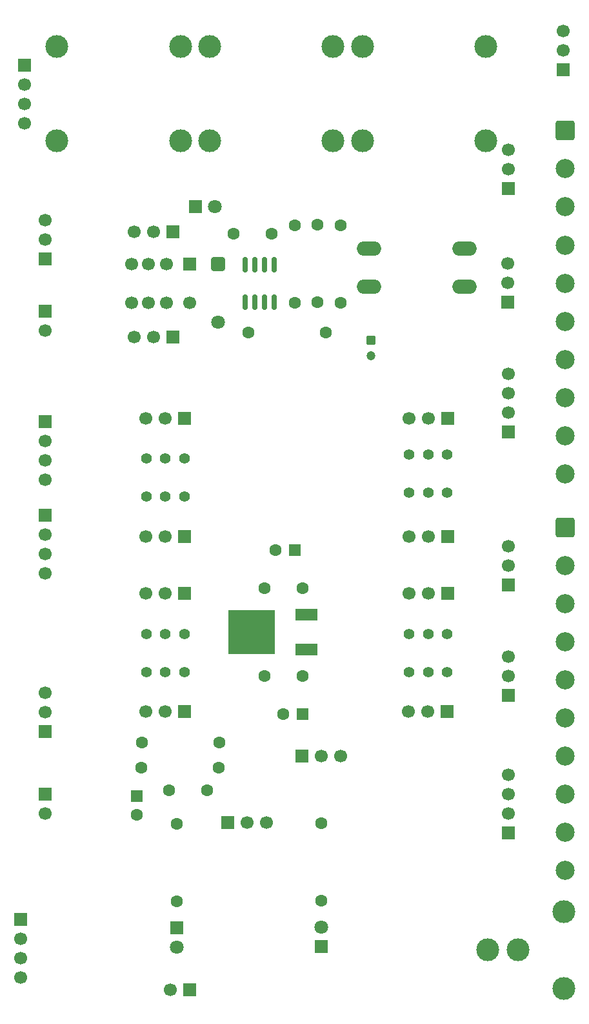
<source format=gbr>
%TF.GenerationSoftware,KiCad,Pcbnew,9.0.4*%
%TF.CreationDate,2025-11-06T00:07:10+01:00*%
%TF.ProjectId,BreadBoard,42726561-6442-46f6-9172-642e6b696361,rev?*%
%TF.SameCoordinates,Original*%
%TF.FileFunction,Soldermask,Top*%
%TF.FilePolarity,Negative*%
%FSLAX46Y46*%
G04 Gerber Fmt 4.6, Leading zero omitted, Abs format (unit mm)*
G04 Created by KiCad (PCBNEW 9.0.4) date 2025-11-06 00:07:10*
%MOMM*%
%LPD*%
G01*
G04 APERTURE LIST*
G04 Aperture macros list*
%AMRoundRect*
0 Rectangle with rounded corners*
0 $1 Rounding radius*
0 $2 $3 $4 $5 $6 $7 $8 $9 X,Y pos of 4 corners*
0 Add a 4 corners polygon primitive as box body*
4,1,4,$2,$3,$4,$5,$6,$7,$8,$9,$2,$3,0*
0 Add four circle primitives for the rounded corners*
1,1,$1+$1,$2,$3*
1,1,$1+$1,$4,$5*
1,1,$1+$1,$6,$7*
1,1,$1+$1,$8,$9*
0 Add four rect primitives between the rounded corners*
20,1,$1+$1,$2,$3,$4,$5,0*
20,1,$1+$1,$4,$5,$6,$7,0*
20,1,$1+$1,$6,$7,$8,$9,0*
20,1,$1+$1,$8,$9,$2,$3,0*%
G04 Aperture macros list end*
%ADD10C,1.700000*%
%ADD11R,1.700000X1.700000*%
%ADD12C,1.600000*%
%ADD13C,1.400000*%
%ADD14O,3.200000X1.900000*%
%ADD15C,3.000000*%
%ADD16RoundRect,0.250000X-0.550000X0.550000X-0.550000X-0.550000X0.550000X-0.550000X0.550000X0.550000X0*%
%ADD17R,1.800000X1.800000*%
%ADD18C,1.800000*%
%ADD19R,3.000000X1.600000*%
%ADD20R,6.200000X5.800000*%
%ADD21RoundRect,0.150000X0.150000X-0.825000X0.150000X0.825000X-0.150000X0.825000X-0.150000X-0.825000X0*%
%ADD22RoundRect,0.250000X-1.000000X1.000000X-1.000000X-1.000000X1.000000X-1.000000X1.000000X1.000000X0*%
%ADD23C,2.500000*%
%ADD24RoundRect,0.250000X0.550000X0.550000X-0.550000X0.550000X-0.550000X-0.550000X0.550000X-0.550000X0*%
%ADD25RoundRect,0.250000X-0.350000X0.350000X-0.350000X-0.350000X0.350000X-0.350000X0.350000X0.350000X0*%
%ADD26C,1.200000*%
%ADD27RoundRect,0.250000X-0.650000X0.650000X-0.650000X-0.650000X0.650000X-0.650000X0.650000X0.650000X0*%
G04 APERTURE END LIST*
D10*
%TO.C,J4*%
X26500000Y-146040000D03*
X26500000Y-143500000D03*
X26500000Y-140960000D03*
D11*
X26500000Y-138420000D03*
%TD*%
%TO.C,J21*%
X90500000Y-74540000D03*
D10*
X90500000Y-72000000D03*
X90500000Y-69460000D03*
X90500000Y-66920000D03*
%TD*%
D12*
%TO.C,R8*%
X56420000Y-61500000D03*
X66580000Y-61500000D03*
%TD*%
D13*
%TO.C,SW3*%
X82500000Y-106000000D03*
X80000000Y-106000000D03*
X77500000Y-106000000D03*
X82500000Y-101000000D03*
X80000000Y-101000000D03*
X77500000Y-101000000D03*
%TD*%
D11*
%TO.C,J29*%
X48000000Y-72690000D03*
D10*
X45460000Y-72690000D03*
X42920000Y-72690000D03*
%TD*%
D13*
%TO.C,SW2*%
X82500000Y-82500000D03*
X80000000Y-82500000D03*
X77500000Y-82500000D03*
X82500000Y-77500000D03*
X80000000Y-77500000D03*
X77500000Y-77500000D03*
%TD*%
D11*
%TO.C,J10*%
X97750000Y-27000000D03*
D10*
X97750000Y-24460000D03*
X97750000Y-21920000D03*
%TD*%
D11*
%TO.C,J32*%
X46470100Y-48257500D03*
D10*
X43930100Y-48257500D03*
X41390100Y-48257500D03*
%TD*%
D14*
%TO.C,SW1*%
X84750000Y-55500000D03*
X72250000Y-55500000D03*
X84750000Y-50500000D03*
X72250000Y-50500000D03*
%TD*%
D15*
%TO.C,J5*%
X51300000Y-24000000D03*
X51300000Y-36300000D03*
X67500000Y-36300000D03*
X67500000Y-24000000D03*
%TD*%
D16*
%TO.C,C5*%
X41750000Y-122250000D03*
D12*
X41750000Y-124750000D03*
%TD*%
%TO.C,R7*%
X68500000Y-47420000D03*
X68500000Y-57580000D03*
%TD*%
D17*
%TO.C,D3*%
X49460000Y-45000000D03*
D18*
X52000000Y-45000000D03*
%TD*%
D11*
%TO.C,J23*%
X90500000Y-42580000D03*
D10*
X90500000Y-40040000D03*
X90500000Y-37500000D03*
%TD*%
D11*
%TO.C,J9*%
X27000000Y-26430000D03*
D10*
X27000000Y-28970000D03*
X27000000Y-31510000D03*
X27000000Y-34050000D03*
%TD*%
D12*
%TO.C,R2*%
X47000000Y-125920000D03*
X47000000Y-136080000D03*
%TD*%
D19*
%TO.C,U1*%
X64000000Y-98430000D03*
D20*
X56820000Y-100715000D03*
D19*
X64000000Y-103000000D03*
%TD*%
D11*
%TO.C,J13*%
X53670000Y-125750000D03*
D10*
X56210000Y-125750000D03*
X58750000Y-125750000D03*
%TD*%
D11*
%TO.C,J22*%
X90475000Y-57525000D03*
D10*
X90475000Y-54985000D03*
X90475000Y-52445000D03*
%TD*%
D15*
%TO.C,J6*%
X31300000Y-24000000D03*
X31300000Y-36300000D03*
X47500000Y-36300000D03*
X47500000Y-24000000D03*
%TD*%
D11*
%TO.C,J15*%
X90500000Y-127120000D03*
D10*
X90500000Y-124580000D03*
X90500000Y-122040000D03*
X90500000Y-119500000D03*
%TD*%
D12*
%TO.C,C4*%
X63500000Y-95000000D03*
X58500000Y-95000000D03*
%TD*%
D21*
%TO.C,U2*%
X55972600Y-57500000D03*
X57242600Y-57500000D03*
X58512600Y-57500000D03*
X59782600Y-57500000D03*
X59782600Y-52550000D03*
X58512600Y-52550000D03*
X57242600Y-52550000D03*
X55972600Y-52550000D03*
%TD*%
D11*
%TO.C,J25*%
X82540000Y-72690000D03*
D10*
X80000000Y-72690000D03*
X77460000Y-72690000D03*
%TD*%
%TO.C,J18*%
X29750000Y-46710000D03*
X29750000Y-49250000D03*
D11*
X29750000Y-51790000D03*
%TD*%
D15*
%TO.C,J7*%
X87800000Y-142450000D03*
X97800000Y-147450000D03*
X97800000Y-137450000D03*
X91800000Y-142450000D03*
%TD*%
D11*
%TO.C,J12*%
X29775000Y-85450000D03*
D10*
X29775000Y-87990000D03*
X29775000Y-90530000D03*
X29775000Y-93070000D03*
%TD*%
D12*
%TO.C,C8*%
X59472600Y-48500000D03*
X54472600Y-48500000D03*
%TD*%
D11*
%TO.C,J31*%
X48040000Y-95690000D03*
D10*
X45500000Y-95690000D03*
X42960000Y-95690000D03*
%TD*%
D22*
%TO.C,J14*%
X98000000Y-87000000D03*
D23*
X98000000Y-92000000D03*
X98000000Y-97000000D03*
X98000000Y-102000000D03*
X98000000Y-107000000D03*
X98000000Y-112000000D03*
X98000000Y-117000000D03*
X98000000Y-122000000D03*
X98000000Y-127000000D03*
X98000000Y-132000000D03*
%TD*%
D24*
%TO.C,C3*%
X62500000Y-90000000D03*
D12*
X60000000Y-90000000D03*
%TD*%
D11*
%TO.C,J16*%
X90500000Y-109040000D03*
D10*
X90500000Y-106500000D03*
X90500000Y-103960000D03*
%TD*%
D11*
%TO.C,J17*%
X90500000Y-94540000D03*
D10*
X90500000Y-92000000D03*
X90500000Y-89460000D03*
%TD*%
D17*
%TO.C,D1*%
X66000000Y-142000000D03*
D18*
X66000000Y-139460000D03*
%TD*%
D12*
%TO.C,R4*%
X52500000Y-118500000D03*
X42340000Y-118500000D03*
%TD*%
%TO.C,R3*%
X62472600Y-57580000D03*
X62472600Y-47420000D03*
%TD*%
%TO.C,C2*%
X63500000Y-106500000D03*
X58500000Y-106500000D03*
%TD*%
D11*
%TO.C,J30*%
X48040000Y-111190000D03*
D10*
X45500000Y-111190000D03*
X42960000Y-111190000D03*
%TD*%
D25*
%TO.C,C7*%
X72500000Y-62500000D03*
D26*
X72500000Y-64500000D03*
%TD*%
D11*
%TO.C,J24*%
X82525000Y-88215000D03*
D10*
X79985000Y-88215000D03*
X77445000Y-88215000D03*
%TD*%
D11*
%TO.C,J1*%
X29750000Y-73170000D03*
D10*
X29750000Y-75710000D03*
X29750000Y-78250000D03*
X29750000Y-80790000D03*
%TD*%
D11*
%TO.C,J26*%
X82500000Y-111190000D03*
D10*
X79960000Y-111190000D03*
X77420000Y-111190000D03*
%TD*%
D11*
%TO.C,J8*%
X48690000Y-147700000D03*
D10*
X46150000Y-147700000D03*
%TD*%
D12*
%TO.C,R5*%
X42420000Y-115250000D03*
X52580000Y-115250000D03*
%TD*%
D22*
%TO.C,J19*%
X98000000Y-35000000D03*
D23*
X98000000Y-40000000D03*
X98000000Y-45000000D03*
X98000000Y-50000000D03*
X98000000Y-55000000D03*
X98000000Y-60000000D03*
X98000000Y-65000000D03*
X98000000Y-70000000D03*
X98000000Y-75000000D03*
X98000000Y-80000000D03*
%TD*%
D11*
%TO.C,K1*%
X48680100Y-52477500D03*
D10*
X45680100Y-52477500D03*
X43280100Y-52477500D03*
X41080100Y-52477500D03*
X41080100Y-57557500D03*
X43280100Y-57557500D03*
X45680100Y-57557500D03*
X48680100Y-57557500D03*
%TD*%
D11*
%TO.C,J27*%
X82540000Y-95640000D03*
D10*
X80000000Y-95640000D03*
X77460000Y-95640000D03*
%TD*%
D11*
%TO.C,JP1*%
X63420000Y-117000000D03*
D10*
X65960000Y-117000000D03*
X68500000Y-117000000D03*
%TD*%
D11*
%TO.C,J28*%
X48040000Y-88190000D03*
D10*
X45500000Y-88190000D03*
X42960000Y-88190000D03*
%TD*%
D15*
%TO.C,J11*%
X71400000Y-24000000D03*
X71400000Y-36300000D03*
X87600000Y-36300000D03*
X87600000Y-24000000D03*
%TD*%
D11*
%TO.C,J2*%
X29750000Y-58710000D03*
D10*
X29750000Y-61250000D03*
%TD*%
D12*
%TO.C,R6*%
X65472600Y-57500000D03*
X65472600Y-47340000D03*
%TD*%
D13*
%TO.C,SW4*%
X48000000Y-83000000D03*
X45500000Y-83000000D03*
X43000000Y-83000000D03*
X48000000Y-78000000D03*
X45500000Y-78000000D03*
X43000000Y-78000000D03*
%TD*%
D12*
%TO.C,R1*%
X66000000Y-125840000D03*
X66000000Y-136000000D03*
%TD*%
D17*
%TO.C,D2*%
X47000000Y-139500000D03*
D18*
X47000000Y-142040000D03*
%TD*%
D11*
%TO.C,J3*%
X29775000Y-122000000D03*
D10*
X29775000Y-124540000D03*
%TD*%
D24*
%TO.C,C1*%
X63500000Y-111500000D03*
D12*
X61000000Y-111500000D03*
%TD*%
%TO.C,C6*%
X46000000Y-121500000D03*
X51000000Y-121500000D03*
%TD*%
D11*
%TO.C,J20*%
X29750000Y-113830000D03*
D10*
X29750000Y-111290000D03*
X29750000Y-108750000D03*
%TD*%
D13*
%TO.C,SW5*%
X48000000Y-106000000D03*
X45500000Y-106000000D03*
X43000000Y-106000000D03*
X48000000Y-101000000D03*
X45500000Y-101000000D03*
X43000000Y-101000000D03*
%TD*%
D27*
%TO.C,D4*%
X52430100Y-52500000D03*
D18*
X52430100Y-60120000D03*
%TD*%
D11*
%TO.C,J33*%
X46470100Y-62057500D03*
D10*
X43930100Y-62057500D03*
X41390100Y-62057500D03*
%TD*%
M02*

</source>
